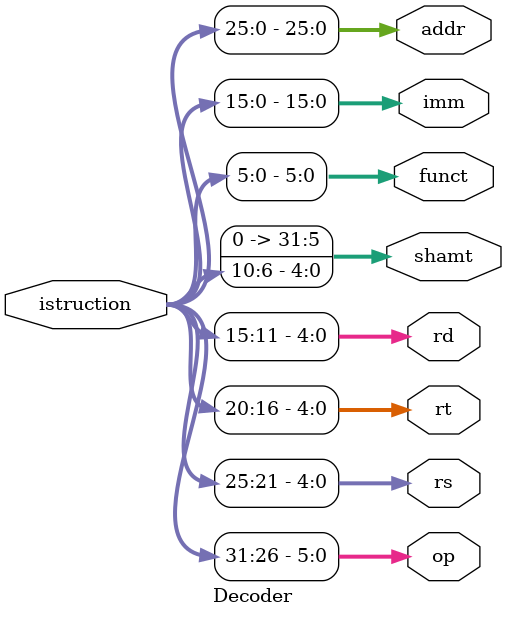
<source format=v>

module Decoder(istruction, op, rs, rt, rd, shamt, funct, imm, addr);
input [31:0] istruction;
output [5:0] op;
output [4:0] rs;
output [4:0] rt;
output [4:0] rd;
output [31:0] shamt; //0扩展
output [5:0] funct;
output [15:0] imm;
output [25:0] addr;


assign op = istruction[31:26];
assign rs = istruction[25:21];
assign rt = istruction[20:16];
assign rd = istruction[15:11];
assign shamt = {27'b0,istruction[10:6]}; 
assign funct = istruction[5:0];
assign imm = istruction[15:0];
assign addr = istruction[25:0];

endmodule


</source>
